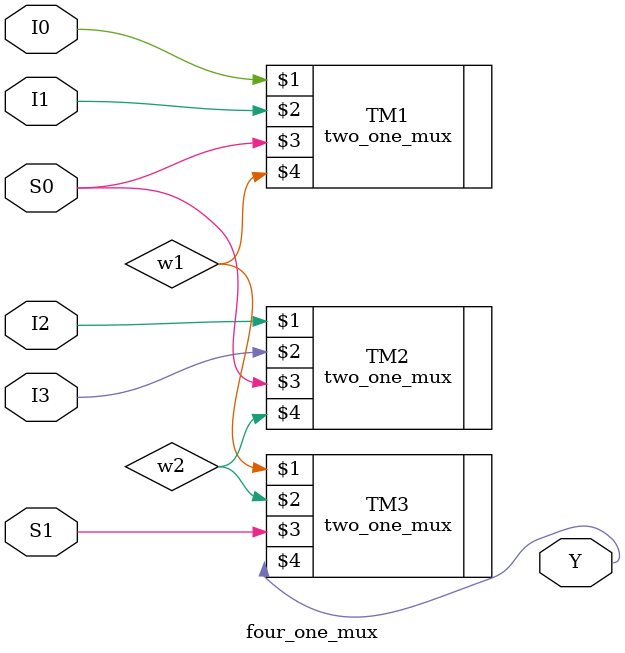
<source format=v>
module four_one_mux (I0,I1,I2,I3,S0,S1,Y);
 
   input I0,I1,I2,I3,S0,S1;
   output Y;
   
   wire w1,w2;
   
   two_one_mux TM1 (I0,I1,S0,w1);
   two_one_mux TM2 (I2,I3,S0,w2);
   two_one_mux TM3 (w1,w2,S1,Y);

endmodule

</source>
